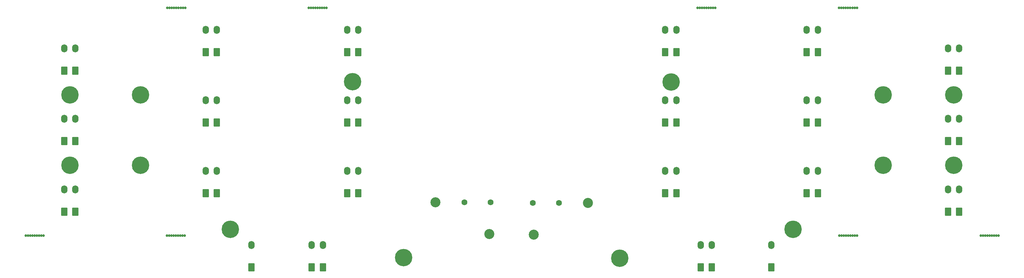
<source format=gbr>
%TF.GenerationSoftware,KiCad,Pcbnew,8.0.3*%
%TF.CreationDate,2024-08-02T01:13:42+01:00*%
%TF.ProjectId,corne-light,636f726e-652d-46c6-9967-68742e6b6963,2.0*%
%TF.SameCoordinates,Original*%
%TF.FileFunction,Soldermask,Top*%
%TF.FilePolarity,Negative*%
%FSLAX46Y46*%
G04 Gerber Fmt 4.6, Leading zero omitted, Abs format (unit mm)*
G04 Created by KiCad (PCBNEW 8.0.3) date 2024-08-02 01:13:42*
%MOMM*%
%LPD*%
G01*
G04 APERTURE LIST*
G04 Aperture macros list*
%AMRoundRect*
0 Rectangle with rounded corners*
0 $1 Rounding radius*
0 $2 $3 $4 $5 $6 $7 $8 $9 X,Y pos of 4 corners*
0 Add a 4 corners polygon primitive as box body*
4,1,4,$2,$3,$4,$5,$6,$7,$8,$9,$2,$3,0*
0 Add four circle primitives for the rounded corners*
1,1,$1+$1,$2,$3*
1,1,$1+$1,$4,$5*
1,1,$1+$1,$6,$7*
1,1,$1+$1,$8,$9*
0 Add four rect primitives between the rounded corners*
20,1,$1+$1,$2,$3,$4,$5,0*
20,1,$1+$1,$4,$5,$6,$7,0*
20,1,$1+$1,$6,$7,$8,$9,0*
20,1,$1+$1,$8,$9,$2,$3,0*%
G04 Aperture macros list end*
%ADD10C,4.700000*%
%ADD11O,1.700000X2.178000*%
%ADD12RoundRect,0.200000X0.650000X-0.889000X0.650000X0.889000X-0.650000X0.889000X-0.650000X-0.889000X0*%
%ADD13C,1.600000*%
%ADD14C,2.700000*%
%ADD15C,0.700000*%
G04 APERTURE END LIST*
D10*
%TO.C,Ref\u002A\u002A*%
X175373000Y36258568D03*
%TD*%
%TO.C,Ref\u002A\u002A*%
X175373000Y17258568D03*
%TD*%
%TO.C,Ref\u002A\u002A*%
X-24127000Y36240500D03*
%TD*%
%TO.C,Ref\u002A\u002A*%
X-24127000Y17240500D03*
%TD*%
D11*
%TO.C,D13*%
X-44652000Y10768625D03*
D12*
X-44652000Y4768625D03*
%TD*%
D11*
%TO.C,D14*%
X-41652000Y10765500D03*
D12*
X-41652000Y4765500D03*
%TD*%
D11*
%TO.C,D34*%
X195845347Y10765068D03*
D12*
X195845347Y4765068D03*
%TD*%
D11*
%TO.C,D12*%
X34348000Y34765500D03*
D12*
X34348000Y28765500D03*
%TD*%
D11*
%TO.C,D33*%
X116845347Y34765068D03*
D12*
X116845347Y28765068D03*
%TD*%
D11*
%TO.C,D32*%
X119845347Y34765068D03*
D12*
X119845347Y28765068D03*
%TD*%
D11*
%TO.C,D31*%
X154845347Y34770068D03*
D12*
X154845347Y28770068D03*
%TD*%
D11*
%TO.C,D30*%
X157845347Y34765068D03*
D12*
X157845347Y28765068D03*
%TD*%
D11*
%TO.C,D29*%
X192845347Y29765068D03*
D12*
X192845347Y23765068D03*
%TD*%
D11*
%TO.C,D28*%
X195845347Y29765068D03*
D12*
X195845347Y23765068D03*
%TD*%
D11*
%TO.C,D27*%
X116845347Y53765068D03*
D12*
X116845347Y47765068D03*
%TD*%
D11*
%TO.C,D26*%
X119845347Y53765068D03*
D12*
X119845347Y47765068D03*
%TD*%
D11*
%TO.C,D25*%
X154845347Y53770068D03*
D12*
X154845347Y47770068D03*
%TD*%
D11*
%TO.C,D24*%
X157845347Y53765068D03*
D12*
X157845347Y47765068D03*
%TD*%
D11*
%TO.C,D23*%
X192845347Y48765068D03*
D12*
X192845347Y42765068D03*
%TD*%
D11*
%TO.C,D22*%
X195845347Y48765068D03*
D12*
X195845347Y42765068D03*
%TD*%
D11*
%TO.C,D42*%
X126355347Y-4229932D03*
D12*
X126355347Y-10229932D03*
%TD*%
D11*
%TO.C,D41*%
X129355347Y-4229932D03*
D12*
X129355347Y-10229932D03*
%TD*%
D11*
%TO.C,D40*%
X145345347Y-4244932D03*
D12*
X145345347Y-10244932D03*
%TD*%
D11*
%TO.C,D39*%
X116845347Y15765068D03*
D12*
X116845347Y9765068D03*
%TD*%
D11*
%TO.C,D38*%
X119845347Y15765068D03*
D12*
X119845347Y9765068D03*
%TD*%
D11*
%TO.C,D37*%
X154845347Y15770068D03*
D12*
X154845347Y9770068D03*
%TD*%
D11*
%TO.C,D36*%
X157845347Y15765068D03*
D12*
X157845347Y9765068D03*
%TD*%
D11*
%TO.C,D35*%
X192845347Y10765068D03*
D12*
X192845347Y4765068D03*
%TD*%
D11*
%TO.C,D1*%
X-44652000Y48768625D03*
D12*
X-44652000Y42768625D03*
%TD*%
D11*
%TO.C,D2*%
X-41652000Y48765500D03*
D12*
X-41652000Y42765500D03*
%TD*%
D11*
%TO.C,D3*%
X-6652000Y53765500D03*
D12*
X-6652000Y47765500D03*
%TD*%
D11*
%TO.C,D4*%
X-3652000Y53770500D03*
D12*
X-3652000Y47770500D03*
%TD*%
D11*
%TO.C,D5*%
X31348000Y53765500D03*
D12*
X31348000Y47765500D03*
%TD*%
D11*
%TO.C,D6*%
X34348000Y53765500D03*
D12*
X34348000Y47765500D03*
%TD*%
D11*
%TO.C,D7*%
X-44652000Y29768625D03*
D12*
X-44652000Y23768625D03*
%TD*%
D11*
%TO.C,D8*%
X-41652000Y29765500D03*
D12*
X-41652000Y23765500D03*
%TD*%
D11*
%TO.C,D9*%
X-6652000Y34765500D03*
D12*
X-6652000Y28765500D03*
%TD*%
D11*
%TO.C,D10*%
X-3652000Y34770500D03*
D12*
X-3652000Y28770500D03*
%TD*%
D11*
%TO.C,D11*%
X31348000Y34765500D03*
D12*
X31348000Y28765500D03*
%TD*%
D11*
%TO.C,D15*%
X-6652000Y15765500D03*
D12*
X-6652000Y9765500D03*
%TD*%
D11*
%TO.C,D16*%
X-3652000Y15770500D03*
D12*
X-3652000Y9770500D03*
%TD*%
D11*
%TO.C,D17*%
X31348000Y15765500D03*
D12*
X31348000Y9765500D03*
%TD*%
D11*
%TO.C,D18*%
X34348000Y15765500D03*
D12*
X34348000Y9765500D03*
%TD*%
D11*
%TO.C,D19*%
X5668000Y-4224500D03*
D12*
X5668000Y-10224500D03*
%TD*%
D11*
%TO.C,D20*%
X21848000Y-4219500D03*
D12*
X21848000Y-10219500D03*
%TD*%
D11*
%TO.C,D21*%
X24848000Y-4219500D03*
D12*
X24848000Y-10219500D03*
%TD*%
D13*
%TO.C,J6*%
X88268347Y7120068D03*
X81268347Y7120068D03*
%TD*%
%TO.C,J1*%
X62875000Y7253500D03*
X69875000Y7253500D03*
%TD*%
D14*
%TO.C,Ref\u002A\u002A*%
X96050347Y7143068D03*
%TD*%
%TO.C,Ref\u002A\u002A*%
X81491347Y-1399932D03*
%TD*%
%TO.C,Ref\u002A\u002A*%
X69537000Y-1254500D03*
%TD*%
%TO.C,Ref\u002A\u002A*%
X55105000Y7266500D03*
%TD*%
D10*
%TO.C,Ref\u002A\u002A*%
X194356347Y17258568D03*
%TD*%
%TO.C,Ref\u002A\u002A*%
X194356347Y36258568D03*
%TD*%
%TO.C,Ref\u002A\u002A*%
X151216347Y-11432D03*
%TD*%
%TO.C,Ref\u002A\u002A*%
X104646347Y-7761432D03*
%TD*%
%TO.C,Ref\u002A\u002A*%
X118396347Y39748568D03*
%TD*%
%TO.C,Ref\u002A\u002A*%
X46566000Y-7614500D03*
%TD*%
%TO.C,Ref\u002A\u002A*%
X0Y0D03*
%TD*%
%TO.C,Ref\u002A\u002A*%
X-43144000Y36265000D03*
%TD*%
%TO.C,Ref\u002A\u002A*%
X32811000Y39755000D03*
%TD*%
%TO.C,Ref\u002A\u002A*%
X-43144000Y17265000D03*
%TD*%
D15*
%TO.C,J5*%
X164800500Y-1704500D03*
X163613000Y-1704500D03*
X165394250Y-1704500D03*
X164206750Y-1704500D03*
X168363000Y-1704500D03*
X167769250Y-1704500D03*
X167175500Y-1704500D03*
X166581750Y-1704500D03*
X165988000Y-1704500D03*
%TD*%
%TO.C,J5*%
X202800500Y-1704500D03*
X201613000Y-1704500D03*
X203394250Y-1704500D03*
X202206750Y-1704500D03*
X206363000Y-1704500D03*
X205769250Y-1704500D03*
X205175500Y-1704500D03*
X204581750Y-1704500D03*
X203988000Y-1704500D03*
%TD*%
%TO.C,J5*%
X164770500Y59715500D03*
X163583000Y59715500D03*
X165364250Y59715500D03*
X164176750Y59715500D03*
X168333000Y59715500D03*
X167739250Y59715500D03*
X167145500Y59715500D03*
X166551750Y59715500D03*
X165958000Y59715500D03*
%TD*%
%TO.C,J5*%
X126750500Y59705500D03*
X125563000Y59705500D03*
X127344250Y59705500D03*
X126156750Y59705500D03*
X130313000Y59705500D03*
X129719250Y59705500D03*
X129125500Y59705500D03*
X128531750Y59705500D03*
X127938000Y59705500D03*
%TD*%
%TO.C,J5*%
X22230500Y59715500D03*
X21043000Y59715500D03*
X22824250Y59715500D03*
X21636750Y59715500D03*
X25793000Y59715500D03*
X25199250Y59715500D03*
X24605500Y59715500D03*
X24011750Y59715500D03*
X23418000Y59715500D03*
%TD*%
%TO.C,J5*%
X-15739500Y59715500D03*
X-16927000Y59715500D03*
X-15145750Y59715500D03*
X-16333250Y59715500D03*
X-12177000Y59715500D03*
X-12770750Y59715500D03*
X-13364500Y59715500D03*
X-13958250Y59715500D03*
X-14552000Y59715500D03*
%TD*%
%TO.C,J5*%
X-15842500Y-1694500D03*
X-17030000Y-1694500D03*
X-15248750Y-1694500D03*
X-16436250Y-1694500D03*
X-12280000Y-1694500D03*
X-12873750Y-1694500D03*
X-13467500Y-1694500D03*
X-14061250Y-1694500D03*
X-14655000Y-1694500D03*
%TD*%
%TO.C,J5*%
X-53830750Y-1694500D03*
X-55018250Y-1694500D03*
X-53237000Y-1694500D03*
X-54424500Y-1694500D03*
X-50268250Y-1694500D03*
X-50862000Y-1694500D03*
X-51455750Y-1694500D03*
X-52049500Y-1694500D03*
X-52643250Y-1694500D03*
%TD*%
M02*

</source>
